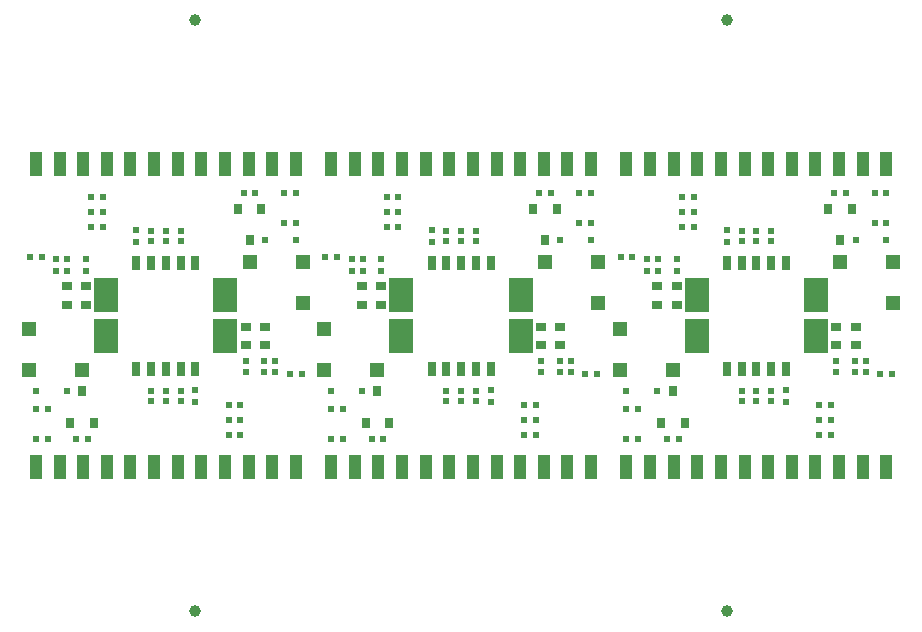
<source format=gtp>
G04*
G04 #@! TF.GenerationSoftware,Altium Limited,Altium Designer,21.1.0 (24)*
G04*
G04 Layer_Color=8421504*
%FSLAX25Y25*%
%MOIN*%
G70*
G04*
G04 #@! TF.SameCoordinates,E17B2B31-19E6-4FC6-9C55-F749E7A6AAE1*
G04*
G04*
G04 #@! TF.FilePolarity,Positive*
G04*
G01*
G75*
%ADD10C,0.03937*%
%ADD12R,0.04016X0.07992*%
%ADD13R,0.02362X0.01968*%
%ADD14R,0.03150X0.03543*%
%ADD15R,0.02323X0.02165*%
%ADD16R,0.04724X0.04724*%
%ADD17R,0.08268X0.11811*%
%ADD18R,0.03150X0.05118*%
%ADD19R,0.02362X0.02165*%
%ADD20R,0.03543X0.03150*%
%ADD21R,0.01968X0.02362*%
%ADD40R,0.04015X0.07992*%
D10*
X236221Y39369D02*
D03*
X59055D02*
D03*
Y236221D02*
D03*
X236221Y236220D02*
D03*
D12*
X202757Y87240D02*
D03*
X210631D02*
D03*
X218505D02*
D03*
X226379D02*
D03*
X234253D02*
D03*
X242123Y87240D02*
D03*
X249997Y87240D02*
D03*
X257874Y87240D02*
D03*
X265748D02*
D03*
X273622D02*
D03*
X104331Y87240D02*
D03*
X112205D02*
D03*
X120079D02*
D03*
X127953D02*
D03*
X135827D02*
D03*
X143698Y87240D02*
D03*
X151572Y87240D02*
D03*
X159449Y87240D02*
D03*
X167323D02*
D03*
X175197D02*
D03*
X5906Y87240D02*
D03*
X13780D02*
D03*
X21654D02*
D03*
X29528D02*
D03*
X37402D02*
D03*
X45273Y87240D02*
D03*
X53147Y87240D02*
D03*
X61024Y87240D02*
D03*
X68898D02*
D03*
X76772D02*
D03*
X92521Y188350D02*
D03*
X84647D02*
D03*
X76773D02*
D03*
X68899D02*
D03*
X61024D02*
D03*
X53154Y188350D02*
D03*
X45280Y188350D02*
D03*
X37403Y188350D02*
D03*
X29529D02*
D03*
X21655D02*
D03*
X190946Y188350D02*
D03*
X183072D02*
D03*
X175198D02*
D03*
X167324D02*
D03*
X159450D02*
D03*
X151579Y188350D02*
D03*
X143705Y188350D02*
D03*
X135828Y188350D02*
D03*
X127954D02*
D03*
X120080D02*
D03*
X289371Y188350D02*
D03*
X281497D02*
D03*
X273623D02*
D03*
X265749D02*
D03*
X257875D02*
D03*
X250004Y188350D02*
D03*
X242130Y188350D02*
D03*
X234253Y188350D02*
D03*
X226379D02*
D03*
X218505D02*
D03*
X289371Y87240D02*
D03*
X281497D02*
D03*
X273623D02*
D03*
X265749D02*
D03*
X257875D02*
D03*
X250001D02*
D03*
X242127D02*
D03*
X234253D02*
D03*
X226379D02*
D03*
X218505D02*
D03*
X210631D02*
D03*
X202757D02*
D03*
X190946D02*
D03*
X183072D02*
D03*
X175198D02*
D03*
X167324D02*
D03*
X159450D02*
D03*
X151576D02*
D03*
X143702D02*
D03*
X135828D02*
D03*
X127954D02*
D03*
X120080D02*
D03*
X112206D02*
D03*
X104332D02*
D03*
X92520D02*
D03*
X84646D02*
D03*
X76772D02*
D03*
X68898D02*
D03*
X61024D02*
D03*
X53150D02*
D03*
X45276D02*
D03*
X37402D02*
D03*
X29528D02*
D03*
X21654D02*
D03*
X13780D02*
D03*
X5906D02*
D03*
X5906Y188350D02*
D03*
X13780D02*
D03*
X21654D02*
D03*
X29528D02*
D03*
X37402D02*
D03*
X45276D02*
D03*
X53150D02*
D03*
X61024D02*
D03*
X68898D02*
D03*
X76772D02*
D03*
X84646D02*
D03*
X92520D02*
D03*
X104332D02*
D03*
X112206D02*
D03*
X120080D02*
D03*
X127954D02*
D03*
X135828D02*
D03*
X143702D02*
D03*
X151576D02*
D03*
X159450D02*
D03*
X167324D02*
D03*
X175198D02*
D03*
X183072D02*
D03*
X190946D02*
D03*
X202757D02*
D03*
X210631D02*
D03*
X218505D02*
D03*
X226379D02*
D03*
X234253D02*
D03*
X242127D02*
D03*
X250001D02*
D03*
X257875D02*
D03*
X265749D02*
D03*
X273623D02*
D03*
X281497D02*
D03*
X289371D02*
D03*
D13*
X202757Y96727D02*
D03*
X206694D02*
D03*
X202757Y106874D02*
D03*
X206694D02*
D03*
X287402Y118375D02*
D03*
X291339D02*
D03*
X266962Y103046D02*
D03*
X270899D02*
D03*
X266962Y108046D02*
D03*
X270899D02*
D03*
Y98046D02*
D03*
X266962D02*
D03*
X216211Y96727D02*
D03*
X220148D02*
D03*
X104332D02*
D03*
X108269D02*
D03*
X104332Y106874D02*
D03*
X108269D02*
D03*
X188977Y118375D02*
D03*
X192914D02*
D03*
X168537Y103046D02*
D03*
X172474D02*
D03*
X168537Y108046D02*
D03*
X172474D02*
D03*
Y98046D02*
D03*
X168537D02*
D03*
X117786Y96727D02*
D03*
X121723D02*
D03*
X5906D02*
D03*
X9843D02*
D03*
X5906Y106874D02*
D03*
X9843D02*
D03*
X90552Y118375D02*
D03*
X94489D02*
D03*
X70112Y103046D02*
D03*
X74049D02*
D03*
X70112Y108046D02*
D03*
X74049D02*
D03*
Y98046D02*
D03*
X70112D02*
D03*
X19361Y96727D02*
D03*
X23298D02*
D03*
X92520Y178863D02*
D03*
X88583D02*
D03*
X92520Y168717D02*
D03*
X88583D02*
D03*
X7875Y157215D02*
D03*
X3938D02*
D03*
X28315Y172544D02*
D03*
X24378D02*
D03*
X28315Y167544D02*
D03*
X24378D02*
D03*
Y177544D02*
D03*
X28315D02*
D03*
X79066Y178863D02*
D03*
X75129D02*
D03*
X190946D02*
D03*
X187009D02*
D03*
X190946Y168717D02*
D03*
X187009D02*
D03*
X106300Y157215D02*
D03*
X102363D02*
D03*
X126740Y172544D02*
D03*
X122803D02*
D03*
X126740Y167544D02*
D03*
X122803D02*
D03*
Y177544D02*
D03*
X126740D02*
D03*
X177491Y178863D02*
D03*
X173554D02*
D03*
X289371D02*
D03*
X285434D02*
D03*
X289371Y168717D02*
D03*
X285434D02*
D03*
X204725Y157215D02*
D03*
X200788D02*
D03*
X225165Y172544D02*
D03*
X221228D02*
D03*
X225165Y167544D02*
D03*
X221228D02*
D03*
Y177544D02*
D03*
X225165D02*
D03*
X275916Y178863D02*
D03*
X271979D02*
D03*
D14*
X218180Y112602D02*
D03*
X214243Y102202D02*
D03*
X222117D02*
D03*
X119755Y112602D02*
D03*
X115817Y102202D02*
D03*
X123691D02*
D03*
X21329Y112602D02*
D03*
X17392Y102202D02*
D03*
X25266D02*
D03*
X77097Y162989D02*
D03*
X81034Y173389D02*
D03*
X73160D02*
D03*
X175523Y162989D02*
D03*
X179460Y173389D02*
D03*
X171586D02*
D03*
X273948Y162989D02*
D03*
X277885Y173389D02*
D03*
X270011D02*
D03*
D15*
X202757Y112602D02*
D03*
X212993D02*
D03*
X104332D02*
D03*
X114568D02*
D03*
X5906D02*
D03*
X16143D02*
D03*
X92520Y162989D02*
D03*
X82284D02*
D03*
X190946D02*
D03*
X180709D02*
D03*
X289371D02*
D03*
X279134D02*
D03*
D16*
X200463Y133533D02*
D03*
Y119754D02*
D03*
X218180D02*
D03*
X102038Y133533D02*
D03*
Y119754D02*
D03*
X119755D02*
D03*
X3613Y133533D02*
D03*
Y119754D02*
D03*
X21329D02*
D03*
X94814Y142057D02*
D03*
Y155837D02*
D03*
X77097D02*
D03*
X193239Y142057D02*
D03*
Y155837D02*
D03*
X175523D02*
D03*
X291664Y142057D02*
D03*
Y155837D02*
D03*
X273948D02*
D03*
D17*
X226182Y131031D02*
D03*
X265946D02*
D03*
X127757D02*
D03*
X167520D02*
D03*
X29331D02*
D03*
X69095D02*
D03*
X69095Y144559D02*
D03*
X29331D02*
D03*
X167520D02*
D03*
X127757D02*
D03*
X265946D02*
D03*
X226182D02*
D03*
D18*
X246064Y120204D02*
D03*
X250985D02*
D03*
X236221D02*
D03*
X241143D02*
D03*
X255906D02*
D03*
X147639D02*
D03*
X152560D02*
D03*
X137796D02*
D03*
X142717D02*
D03*
X157481D02*
D03*
X49213D02*
D03*
X54135D02*
D03*
X39371D02*
D03*
X44292D02*
D03*
X59056D02*
D03*
X49213Y155386D02*
D03*
X44292D02*
D03*
X59056D02*
D03*
X54135D02*
D03*
X39371D02*
D03*
X147639D02*
D03*
X142717D02*
D03*
X157481D02*
D03*
X152560D02*
D03*
X137796D02*
D03*
X246064D02*
D03*
X241143D02*
D03*
X255906D02*
D03*
X250985D02*
D03*
X236221D02*
D03*
D19*
X250985Y109405D02*
D03*
Y112751D02*
D03*
X241143Y109405D02*
D03*
Y112751D02*
D03*
X246064Y109405D02*
D03*
Y112751D02*
D03*
X152560Y109405D02*
D03*
Y112751D02*
D03*
X142717Y109405D02*
D03*
Y112751D02*
D03*
X147639Y109405D02*
D03*
Y112751D02*
D03*
X54135Y109405D02*
D03*
Y112751D02*
D03*
X44292Y109405D02*
D03*
Y112751D02*
D03*
X49213Y109405D02*
D03*
Y112751D02*
D03*
X44292Y166186D02*
D03*
Y162839D02*
D03*
X54135Y166186D02*
D03*
Y162839D02*
D03*
X49213Y166186D02*
D03*
Y162839D02*
D03*
X142717Y166186D02*
D03*
Y162839D02*
D03*
X152560Y166186D02*
D03*
Y162839D02*
D03*
X147639Y166186D02*
D03*
Y162839D02*
D03*
X241143Y166186D02*
D03*
Y162839D02*
D03*
X250985Y166186D02*
D03*
Y162839D02*
D03*
X246064Y166186D02*
D03*
Y162839D02*
D03*
D20*
X279134Y134069D02*
D03*
Y127966D02*
D03*
X272632Y134082D02*
D03*
Y127980D02*
D03*
X180709Y134069D02*
D03*
Y127966D02*
D03*
X174206Y134082D02*
D03*
Y127980D02*
D03*
X82284Y134069D02*
D03*
Y127966D02*
D03*
X75781Y134082D02*
D03*
Y127980D02*
D03*
X16143Y141522D02*
D03*
Y147624D02*
D03*
X22645Y141508D02*
D03*
Y147611D02*
D03*
X114568Y141522D02*
D03*
Y147624D02*
D03*
X121071Y141508D02*
D03*
Y147611D02*
D03*
X212993Y141522D02*
D03*
Y147624D02*
D03*
X219496Y141508D02*
D03*
Y147611D02*
D03*
D21*
X278938Y122835D02*
D03*
Y118898D02*
D03*
X255906Y109109D02*
D03*
Y113046D02*
D03*
X282599Y118887D02*
D03*
Y122824D02*
D03*
X272632Y118898D02*
D03*
Y122835D02*
D03*
X180512D02*
D03*
Y118898D02*
D03*
X157481Y109109D02*
D03*
Y113046D02*
D03*
X184174Y118887D02*
D03*
Y122824D02*
D03*
X174206Y118898D02*
D03*
Y122835D02*
D03*
X82087D02*
D03*
Y118898D02*
D03*
X59056Y109109D02*
D03*
Y113046D02*
D03*
X85749Y118887D02*
D03*
Y122824D02*
D03*
X75781Y118898D02*
D03*
Y122835D02*
D03*
X16340Y152756D02*
D03*
Y156693D02*
D03*
X39371Y166481D02*
D03*
Y162544D02*
D03*
X12678Y156703D02*
D03*
Y152767D02*
D03*
X22645Y156693D02*
D03*
Y152756D02*
D03*
X114765D02*
D03*
Y156693D02*
D03*
X137796Y166481D02*
D03*
Y162544D02*
D03*
X111103Y156703D02*
D03*
Y152767D02*
D03*
X121071Y156693D02*
D03*
Y152756D02*
D03*
X213190D02*
D03*
Y156693D02*
D03*
X236221Y166481D02*
D03*
Y162544D02*
D03*
X209528Y156703D02*
D03*
Y152767D02*
D03*
X219496Y156693D02*
D03*
Y152756D02*
D03*
D40*
X281497Y87240D02*
D03*
X289371D02*
D03*
X183072D02*
D03*
X190946D02*
D03*
X84646D02*
D03*
X92520D02*
D03*
X13780Y188350D02*
D03*
X5906D02*
D03*
X112205D02*
D03*
X104331D02*
D03*
X210631D02*
D03*
X202757D02*
D03*
M02*

</source>
